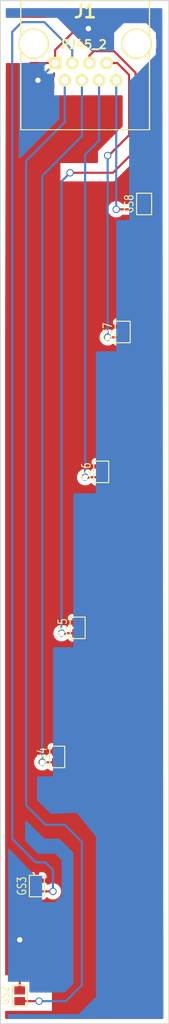
<source format=kicad_pcb>
(kicad_pcb (version 3) (host pcbnew "(22-Jun-2014 BZR 4027)-stable")

  (general
    (links 14)
    (no_connects 0)
    (area 53.9115 18.720999 74.218001 139.877001)
    (thickness 1.6)
    (drawings 5)
    (tracks 93)
    (zones 0)
    (modules 8)
    (nets 9)
  )

  (page A3)
  (layers
    (15 F.Cu signal)
    (0 B.Cu signal)
    (16 B.Adhes user hide)
    (17 F.Adhes user hide)
    (18 B.Paste user hide)
    (19 F.Paste user hide)
    (20 B.SilkS user hide)
    (21 F.SilkS user hide)
    (22 B.Mask user hide)
    (23 F.Mask user hide)
    (24 Dwgs.User user hide)
    (25 Cmts.User user hide)
    (26 Eco1.User user hide)
    (27 Eco2.User user hide)
    (28 Edge.Cuts user)
  )

  (setup
    (last_trace_width 0.254)
    (trace_clearance 0.254)
    (zone_clearance 0.508)
    (zone_45_only no)
    (trace_min 0.254)
    (segment_width 0.2)
    (edge_width 0.1)
    (via_size 0.889)
    (via_drill 0.635)
    (via_min_size 0.889)
    (via_min_drill 0.508)
    (uvia_size 0.508)
    (uvia_drill 0.127)
    (uvias_allowed no)
    (uvia_min_size 0.508)
    (uvia_min_drill 0.127)
    (pcb_text_width 0.3)
    (pcb_text_size 1.5 1.5)
    (mod_edge_width 0.15)
    (mod_text_size 1 1)
    (mod_text_width 0.15)
    (pad_size 1.5 1.5)
    (pad_drill 0.6)
    (pad_to_mask_clearance 0)
    (aux_axis_origin 0 0)
    (visible_elements 7FFFFFFF)
    (pcbplotparams
      (layerselection 284196865)
      (usegerberextensions true)
      (excludeedgelayer true)
      (linewidth 0.150000)
      (plotframeref false)
      (viasonmask false)
      (mode 1)
      (useauxorigin true)
      (hpglpennumber 1)
      (hpglpenspeed 20)
      (hpglpendiameter 15)
      (hpglpenoverlay 2)
      (psnegative false)
      (psa4output false)
      (plotreference false)
      (plotvalue true)
      (plotothertext true)
      (plotinvisibletext false)
      (padsonsilk false)
      (subtractmaskfromsilk false)
      (outputformat 1)
      (mirror false)
      (drillshape 0)
      (scaleselection 1)
      (outputdirectory "/home/pi/Documents/Kicad Projects/IOBoardV0/Gerber/WaterLevel/"))
  )

  (net 0 "")
  (net 1 GND)
  (net 2 N-000001)
  (net 3 N-000002)
  (net 4 N-000003)
  (net 5 N-000004)
  (net 6 N-000005)
  (net 7 N-000006)
  (net 8 N-000007)

  (net_class Default "This is the default net class."
    (clearance 0.254)
    (trace_width 0.254)
    (via_dia 0.889)
    (via_drill 0.635)
    (uvia_dia 0.508)
    (uvia_drill 0.127)
    (add_net "")
    (add_net GND)
    (add_net N-000001)
    (add_net N-000002)
    (add_net N-000003)
    (add_net N-000004)
    (add_net N-000005)
    (add_net N-000006)
    (add_net N-000007)
  )

  (module RJ45_8_io0 (layer F.Cu) (tedit 5E9D6976) (tstamp 5F0017B4)
    (at 64.262 24.13 180)
    (tags RJ45_8_io0)
    (path /5EEF169C)
    (fp_text reference J1 (at 0 3.81 180) (layer F.SilkS)
      (effects (font (size 1.524 1.524) (thickness 0.3048)))
    )
    (fp_text value RJ45_2 (at 0.14224 -0.1016 180) (layer F.SilkS)
      (effects (font (size 1.00076 1.00076) (thickness 0.2032)))
    )
    (fp_line (start 7.62 -10.16) (end 7.62 5.08) (layer F.SilkS) (width 0.15))
    (fp_line (start -7.62 5.08) (end 7.62 5.08) (layer F.SilkS) (width 0.15))
    (fp_line (start -7.62 -10.16) (end -7.62 5.08) (layer F.SilkS) (width 0.15))
    (fp_line (start 7.62 -10.16) (end -7.62 -10.16) (layer F.SilkS) (width 0.127))
    (pad Hole thru_hole circle (at 6.096 0 180) (size 3.64998 3.64998) (drill 3.2512)
      (layers *.Cu *.Mask F.SilkS)
    )
    (pad Hole thru_hole circle (at -6.096 0 180) (size 3.64998 3.64998) (drill 3.2512)
      (layers *.Cu *.Mask F.SilkS)
    )
    (pad 1 thru_hole rect (at 3.556 -2.286) (size 1.50114 1.50114) (drill 0.89916)
      (layers *.Cu *.Mask F.SilkS)
      (net 1 GND)
    )
    (pad 2 thru_hole circle (at 2.413 -4.318) (size 1.50114 1.50114) (drill 0.89916)
      (layers *.Cu *.Mask F.SilkS)
      (net 3 N-000002)
    )
    (pad 3 thru_hole circle (at 1.524 -2.286) (size 1.50114 1.50114) (drill 0.89916)
      (layers *.Cu *.Mask F.SilkS)
      (net 4 N-000003)
    )
    (pad 4 thru_hole circle (at 0.381 -4.318) (size 1.50114 1.50114) (drill 0.89916)
      (layers *.Cu *.Mask F.SilkS)
      (net 5 N-000004)
    )
    (pad 5 thru_hole circle (at -0.508 -2.286) (size 1.50114 1.50114) (drill 0.89916)
      (layers *.Cu *.Mask F.SilkS)
      (net 2 N-000001)
    )
    (pad 6 thru_hole circle (at -1.651 -4.318) (size 1.50114 1.50114) (drill 0.89916)
      (layers *.Cu *.Mask F.SilkS)
      (net 6 N-000005)
    )
    (pad 7 thru_hole circle (at -2.54 -2.286) (size 1.50114 1.50114) (drill 0.89916)
      (layers *.Cu *.Mask F.SilkS)
      (net 7 N-000006)
    )
    (pad 8 thru_hole circle (at -3.683 -4.318) (size 1.50114 1.50114) (drill 0.89916)
      (layers *.Cu *.Mask F.SilkS)
      (net 8 N-000007)
    )
    (model connectors/RJ45_8.wrl
      (at (xyz 0 0 0))
      (scale (xyz 0.4 0.4 0.4))
      (rotate (xyz 0 0 0))
    )
  )

  (module GS2 (layer F.Cu) (tedit 426793E6) (tstamp 5F0017BE)
    (at 71.247 43.053 180)
    (descr "Pontet Goute de soudure")
    (path /5F0014DA)
    (attr virtual)
    (fp_text reference GS8 (at 1.778 0 270) (layer F.SilkS)
      (effects (font (size 1.016 0.762) (thickness 0.127)))
    )
    (fp_text value GS2 (at 1.524 0 270) (layer F.SilkS) hide
      (effects (font (size 0.762 0.762) (thickness 0.127)))
    )
    (fp_line (start -0.889 -1.27) (end -0.889 1.27) (layer F.SilkS) (width 0.127))
    (fp_line (start 0.889 1.27) (end 0.889 -1.27) (layer F.SilkS) (width 0.127))
    (fp_line (start 0.889 1.27) (end -0.889 1.27) (layer F.SilkS) (width 0.127))
    (fp_line (start -0.889 -1.27) (end 0.889 -1.27) (layer F.SilkS) (width 0.127))
    (pad 1 smd rect (at 0 -0.635 180) (size 1.27 0.9652)
      (layers F.Cu F.Paste F.Mask)
      (net 8 N-000007)
    )
    (pad 2 smd rect (at 0 0.635 180) (size 1.27 0.9652)
      (layers F.Cu F.Paste F.Mask)
      (net 1 GND)
    )
  )

  (module GS2 (layer F.Cu) (tedit 426793E6) (tstamp 5F0017C8)
    (at 68.707 58.166 180)
    (descr "Pontet Goute de soudure")
    (path /5F001520)
    (attr virtual)
    (fp_text reference GS7 (at 1.778 0 270) (layer F.SilkS)
      (effects (font (size 1.016 0.762) (thickness 0.127)))
    )
    (fp_text value GS2 (at 1.524 0 270) (layer F.SilkS) hide
      (effects (font (size 0.762 0.762) (thickness 0.127)))
    )
    (fp_line (start -0.889 -1.27) (end -0.889 1.27) (layer F.SilkS) (width 0.127))
    (fp_line (start 0.889 1.27) (end 0.889 -1.27) (layer F.SilkS) (width 0.127))
    (fp_line (start 0.889 1.27) (end -0.889 1.27) (layer F.SilkS) (width 0.127))
    (fp_line (start -0.889 -1.27) (end 0.889 -1.27) (layer F.SilkS) (width 0.127))
    (pad 1 smd rect (at 0 -0.635 180) (size 1.27 0.9652)
      (layers F.Cu F.Paste F.Mask)
      (net 7 N-000006)
    )
    (pad 2 smd rect (at 0 0.635 180) (size 1.27 0.9652)
      (layers F.Cu F.Paste F.Mask)
      (net 1 GND)
    )
  )

  (module GS2 (layer F.Cu) (tedit 426793E6) (tstamp 5F0017D2)
    (at 66.167 74.676 180)
    (descr "Pontet Goute de soudure")
    (path /5F001533)
    (attr virtual)
    (fp_text reference GS6 (at 1.778 0 270) (layer F.SilkS)
      (effects (font (size 1.016 0.762) (thickness 0.127)))
    )
    (fp_text value GS2 (at 1.524 0 270) (layer F.SilkS) hide
      (effects (font (size 0.762 0.762) (thickness 0.127)))
    )
    (fp_line (start -0.889 -1.27) (end -0.889 1.27) (layer F.SilkS) (width 0.127))
    (fp_line (start 0.889 1.27) (end 0.889 -1.27) (layer F.SilkS) (width 0.127))
    (fp_line (start 0.889 1.27) (end -0.889 1.27) (layer F.SilkS) (width 0.127))
    (fp_line (start -0.889 -1.27) (end 0.889 -1.27) (layer F.SilkS) (width 0.127))
    (pad 1 smd rect (at 0 -0.635 180) (size 1.27 0.9652)
      (layers F.Cu F.Paste F.Mask)
      (net 6 N-000005)
    )
    (pad 2 smd rect (at 0 0.635 180) (size 1.27 0.9652)
      (layers F.Cu F.Paste F.Mask)
      (net 1 GND)
    )
  )

  (module GS2 (layer F.Cu) (tedit 426793E6) (tstamp 5F0017DC)
    (at 63.373 93.091 180)
    (descr "Pontet Goute de soudure")
    (path /5F001542)
    (attr virtual)
    (fp_text reference GS5 (at 1.778 0 270) (layer F.SilkS)
      (effects (font (size 1.016 0.762) (thickness 0.127)))
    )
    (fp_text value GS2 (at 1.524 0 270) (layer F.SilkS) hide
      (effects (font (size 0.762 0.762) (thickness 0.127)))
    )
    (fp_line (start -0.889 -1.27) (end -0.889 1.27) (layer F.SilkS) (width 0.127))
    (fp_line (start 0.889 1.27) (end 0.889 -1.27) (layer F.SilkS) (width 0.127))
    (fp_line (start 0.889 1.27) (end -0.889 1.27) (layer F.SilkS) (width 0.127))
    (fp_line (start -0.889 -1.27) (end 0.889 -1.27) (layer F.SilkS) (width 0.127))
    (pad 1 smd rect (at 0 -0.635 180) (size 1.27 0.9652)
      (layers F.Cu F.Paste F.Mask)
      (net 2 N-000001)
    )
    (pad 2 smd rect (at 0 0.635 180) (size 1.27 0.9652)
      (layers F.Cu F.Paste F.Mask)
      (net 1 GND)
    )
  )

  (module GS2 (layer F.Cu) (tedit 426793E6) (tstamp 5F0017E6)
    (at 60.96 108.331 180)
    (descr "Pontet Goute de soudure")
    (path /5F001551)
    (attr virtual)
    (fp_text reference GS4 (at 1.778 0 270) (layer F.SilkS)
      (effects (font (size 1.016 0.762) (thickness 0.127)))
    )
    (fp_text value GS2 (at 1.524 0 270) (layer F.SilkS) hide
      (effects (font (size 0.762 0.762) (thickness 0.127)))
    )
    (fp_line (start -0.889 -1.27) (end -0.889 1.27) (layer F.SilkS) (width 0.127))
    (fp_line (start 0.889 1.27) (end 0.889 -1.27) (layer F.SilkS) (width 0.127))
    (fp_line (start 0.889 1.27) (end -0.889 1.27) (layer F.SilkS) (width 0.127))
    (fp_line (start -0.889 -1.27) (end 0.889 -1.27) (layer F.SilkS) (width 0.127))
    (pad 1 smd rect (at 0 -0.635 180) (size 1.27 0.9652)
      (layers F.Cu F.Paste F.Mask)
      (net 5 N-000004)
    )
    (pad 2 smd rect (at 0 0.635 180) (size 1.27 0.9652)
      (layers F.Cu F.Paste F.Mask)
      (net 1 GND)
    )
  )

  (module GS2 (layer F.Cu) (tedit 426793E6) (tstamp 5F0017F0)
    (at 58.547 123.571 180)
    (descr "Pontet Goute de soudure")
    (path /5F001560)
    (attr virtual)
    (fp_text reference GS3 (at 1.778 0 270) (layer F.SilkS)
      (effects (font (size 1.016 0.762) (thickness 0.127)))
    )
    (fp_text value GS2 (at 1.524 0 270) (layer F.SilkS) hide
      (effects (font (size 0.762 0.762) (thickness 0.127)))
    )
    (fp_line (start -0.889 -1.27) (end -0.889 1.27) (layer F.SilkS) (width 0.127))
    (fp_line (start 0.889 1.27) (end 0.889 -1.27) (layer F.SilkS) (width 0.127))
    (fp_line (start 0.889 1.27) (end -0.889 1.27) (layer F.SilkS) (width 0.127))
    (fp_line (start -0.889 -1.27) (end 0.889 -1.27) (layer F.SilkS) (width 0.127))
    (pad 1 smd rect (at 0 -0.635 180) (size 1.27 0.9652)
      (layers F.Cu F.Paste F.Mask)
      (net 4 N-000003)
    )
    (pad 2 smd rect (at 0 0.635 180) (size 1.27 0.9652)
      (layers F.Cu F.Paste F.Mask)
      (net 1 GND)
    )
  )

  (module GS2 (layer F.Cu) (tedit 5F001A5B) (tstamp 5F0017FA)
    (at 56.515 136.525 180)
    (descr "Pontet Goute de soudure")
    (path /5F00156F)
    (attr virtual)
    (fp_text reference GS2 (at 1.778 0 270) (layer F.SilkS)
      (effects (font (size 1.016 0.762) (thickness 0.127)))
    )
    (fp_text value GS2 (at 1.524 0 270) (layer F.SilkS) hide
      (effects (font (size 0.762 0.762) (thickness 0.127)))
    )
    (fp_line (start -0.889 -1.27) (end -0.889 1.27) (layer F.SilkS) (width 0.127))
    (fp_line (start 0.889 1.27) (end 0.889 -1.27) (layer F.SilkS) (width 0.127))
    (fp_line (start 0.889 1.27) (end -0.889 1.27) (layer F.SilkS) (width 0.127))
    (fp_line (start -0.889 -1.27) (end 0.889 -1.27) (layer F.SilkS) (width 0.127))
    (pad 1 smd rect (at 0 -0.635 180) (size 1.27 0.9652)
      (layers F.Cu F.Paste F.Mask)
      (net 3 N-000002)
    )
    (pad 2 smd rect (at 0 0.635 180) (size 1.27 0.9652)
      (layers F.Cu F.Paste F.Mask)
      (net 1 GND)
    )
  )

  (gr_line (start 54.229 19.05) (end 54.229 19.177) (angle 90) (layer Edge.Cuts) (width 0.1))
  (gr_line (start 74.168 19.05) (end 54.229 19.05) (angle 90) (layer Edge.Cuts) (width 0.1))
  (gr_line (start 74.168 139.827) (end 74.168 19.05) (angle 90) (layer Edge.Cuts) (width 0.1))
  (gr_line (start 54.229 139.827) (end 74.168 139.827) (angle 90) (layer Edge.Cuts) (width 0.1))
  (gr_line (start 54.229 19.05) (end 54.229 139.827) (angle 90) (layer Edge.Cuts) (width 0.1))

  (segment (start 60.706 26.416) (end 58.674 28.448) (width 0.254) (layer B.Cu) (net 1))
  (via (at 58.674 28.448) (size 0.889) (layers F.Cu B.Cu) (net 1))
  (via (at 56.515 129.921) (size 0.889) (layers F.Cu B.Cu) (net 1))
  (segment (start 60.706 26.416) (end 60.706 24.892) (width 0.254) (layer F.Cu) (net 1))
  (via (at 64.643 22.352) (size 0.889) (layers F.Cu B.Cu) (net 1))
  (segment (start 63.246 22.352) (end 64.643 22.352) (width 0.254) (layer F.Cu) (net 1) (tstamp 5F002416))
  (segment (start 60.706 24.892) (end 63.246 22.352) (width 0.254) (layer F.Cu) (net 1) (tstamp 5F00240F))
  (segment (start 70.104 42.164) (end 70.993 42.164) (width 0.254) (layer F.Cu) (net 1))
  (segment (start 57.912 42.164) (end 56.515 43.561) (width 0.254) (layer F.Cu) (net 1) (tstamp 5F001BF7))
  (segment (start 56.515 43.434) (end 56.515 43.561) (width 0.254) (layer F.Cu) (net 1) (tstamp 5F001BFC))
  (segment (start 70.104 42.164) (end 57.912 42.164) (width 0.254) (layer F.Cu) (net 1))
  (segment (start 70.993 42.164) (end 71.247 42.418) (width 0.254) (layer F.Cu) (net 1) (tstamp 5F001C50))
  (segment (start 68.326 57.658) (end 57.531 57.658) (width 0.254) (layer F.Cu) (net 1))
  (segment (start 57.531 57.658) (end 56.515 58.674) (width 0.254) (layer F.Cu) (net 1) (tstamp 5F001BE5))
  (segment (start 65.786 74.168) (end 57.531 74.168) (width 0.254) (layer F.Cu) (net 1))
  (segment (start 57.531 74.168) (end 56.515 75.184) (width 0.254) (layer F.Cu) (net 1) (tstamp 5F001BC3))
  (segment (start 63.373 92.456) (end 57.277 92.456) (width 0.254) (layer F.Cu) (net 1))
  (segment (start 56.515 93.218) (end 56.515 93.345) (width 0.254) (layer F.Cu) (net 1) (tstamp 5F001BB3))
  (segment (start 57.277 92.456) (end 56.515 93.218) (width 0.254) (layer F.Cu) (net 1) (tstamp 5F001BB1))
  (segment (start 60.96 107.696) (end 57.277 107.696) (width 0.254) (layer F.Cu) (net 1))
  (segment (start 56.515 108.458) (end 56.515 108.585) (width 0.254) (layer F.Cu) (net 1) (tstamp 5F001AD8))
  (segment (start 57.277 107.696) (end 56.515 108.458) (width 0.254) (layer F.Cu) (net 1) (tstamp 5F001AD5))
  (segment (start 58.547 122.936) (end 57.15 122.936) (width 0.254) (layer F.Cu) (net 1))
  (segment (start 56.642 123.19) (end 56.515 123.19) (width 0.254) (layer F.Cu) (net 1) (tstamp 5F001AC5))
  (segment (start 56.515 123.317) (end 56.642 123.19) (width 0.254) (layer F.Cu) (net 1) (tstamp 5F001AC4))
  (segment (start 56.515 123.571) (end 56.515 123.317) (width 0.254) (layer F.Cu) (net 1) (tstamp 5F001AC3))
  (segment (start 57.15 122.936) (end 56.515 123.571) (width 0.254) (layer F.Cu) (net 1) (tstamp 5F001AC2))
  (segment (start 56.515 135.89) (end 56.515 129.921) (width 0.254) (layer F.Cu) (net 1))
  (segment (start 56.515 129.921) (end 56.515 123.19) (width 0.254) (layer F.Cu) (net 1) (tstamp 5F00244C))
  (segment (start 56.515 123.19) (end 56.515 108.585) (width 0.254) (layer F.Cu) (net 1) (tstamp 5F001AC6))
  (segment (start 56.515 108.585) (end 56.515 93.345) (width 0.254) (layer F.Cu) (net 1) (tstamp 5F001ADD))
  (segment (start 56.515 93.345) (end 56.515 75.184) (width 0.254) (layer F.Cu) (net 1) (tstamp 5F001BB6))
  (segment (start 56.515 75.184) (end 56.515 58.674) (width 0.254) (layer F.Cu) (net 1) (tstamp 5F001BCD))
  (segment (start 56.515 58.674) (end 56.515 43.434) (width 0.254) (layer F.Cu) (net 1) (tstamp 5F001BED))
  (segment (start 56.515 43.434) (end 56.515 27.686) (width 0.254) (layer F.Cu) (net 1) (tstamp 5F001BFF))
  (segment (start 57.785 26.416) (end 60.706 26.416) (width 0.254) (layer F.Cu) (net 1) (tstamp 5F001AB0))
  (segment (start 56.515 27.686) (end 57.785 26.416) (width 0.254) (layer F.Cu) (net 1) (tstamp 5F001AAF))
  (segment (start 64.77 26.416) (end 64.77 25.527) (width 0.254) (layer F.Cu) (net 2))
  (segment (start 61.468 93.726) (end 63.373 93.726) (width 0.254) (layer F.Cu) (net 2) (tstamp 5F001E0D))
  (via (at 61.468 93.726) (size 0.889) (layers F.Cu B.Cu) (net 2))
  (segment (start 61.468 40.386) (end 61.468 93.726) (width 0.254) (layer B.Cu) (net 2) (tstamp 5F001DEA))
  (segment (start 62.484 39.37) (end 61.468 40.386) (width 0.254) (layer B.Cu) (net 2) (tstamp 5F001DE9))
  (via (at 62.484 39.37) (size 0.889) (layers F.Cu B.Cu) (net 2))
  (segment (start 67.564 39.37) (end 62.484 39.37) (width 0.254) (layer F.Cu) (net 2) (tstamp 5F001DDA))
  (segment (start 70.231 36.703) (end 67.564 39.37) (width 0.254) (layer F.Cu) (net 2) (tstamp 5F001DD5))
  (segment (start 70.231 27.559) (end 70.231 36.703) (width 0.254) (layer F.Cu) (net 2) (tstamp 5F001DCD))
  (segment (start 67.691 25.019) (end 70.231 27.559) (width 0.254) (layer F.Cu) (net 2) (tstamp 5F001DC8))
  (segment (start 65.278 25.019) (end 67.691 25.019) (width 0.254) (layer F.Cu) (net 2) (tstamp 5F001DC2))
  (segment (start 64.77 25.527) (end 65.278 25.019) (width 0.254) (layer F.Cu) (net 2) (tstamp 5F001DBF))
  (segment (start 61.849 28.448) (end 61.849 33.401) (width 0.254) (layer B.Cu) (net 3))
  (segment (start 58.801 137.16) (end 56.515 137.16) (width 0.254) (layer F.Cu) (net 3) (tstamp 5F001EBD))
  (via (at 58.801 137.16) (size 0.889) (layers F.Cu B.Cu) (net 3))
  (segment (start 61.976 137.16) (end 58.801 137.16) (width 0.254) (layer B.Cu) (net 3) (tstamp 5F001EB9))
  (segment (start 63.881 135.255) (end 61.976 137.16) (width 0.254) (layer B.Cu) (net 3) (tstamp 5F001EB0))
  (segment (start 63.881 118.364) (end 63.881 135.255) (width 0.254) (layer B.Cu) (net 3) (tstamp 5F001EAE))
  (segment (start 61.849 116.332) (end 63.881 118.364) (width 0.254) (layer B.Cu) (net 3) (tstamp 5F001EAC))
  (segment (start 59.563 116.332) (end 61.849 116.332) (width 0.254) (layer B.Cu) (net 3) (tstamp 5F001EAA))
  (segment (start 57.277 114.046) (end 59.563 116.332) (width 0.254) (layer B.Cu) (net 3) (tstamp 5F001EA8))
  (segment (start 57.277 37.973) (end 57.277 114.046) (width 0.254) (layer B.Cu) (net 3) (tstamp 5F001E9F))
  (segment (start 61.849 33.401) (end 57.277 37.973) (width 0.254) (layer B.Cu) (net 3) (tstamp 5F001E99))
  (segment (start 62.738 26.416) (end 62.738 24.892) (width 0.254) (layer B.Cu) (net 4))
  (segment (start 60.452 124.206) (end 58.547 124.206) (width 0.254) (layer F.Cu) (net 4) (tstamp 5F001E80))
  (via (at 60.452 124.206) (size 0.889) (layers F.Cu B.Cu) (net 4))
  (segment (start 60.452 121.666) (end 60.452 124.206) (width 0.254) (layer B.Cu) (net 4) (tstamp 5F001E7B))
  (segment (start 59.563 120.777) (end 60.452 121.666) (width 0.254) (layer B.Cu) (net 4) (tstamp 5F001E79))
  (segment (start 58.42 120.777) (end 59.563 120.777) (width 0.254) (layer B.Cu) (net 4) (tstamp 5F001E76))
  (segment (start 55.626 117.983) (end 58.42 120.777) (width 0.254) (layer B.Cu) (net 4) (tstamp 5F001E5C))
  (segment (start 55.626 22.733) (end 55.626 117.983) (width 0.254) (layer B.Cu) (net 4) (tstamp 5F001E58))
  (segment (start 56.769 21.59) (end 55.626 22.733) (width 0.254) (layer B.Cu) (net 4) (tstamp 5F001E56))
  (segment (start 59.436 21.59) (end 56.769 21.59) (width 0.254) (layer B.Cu) (net 4) (tstamp 5F001E4D))
  (segment (start 62.738 24.892) (end 59.436 21.59) (width 0.254) (layer B.Cu) (net 4) (tstamp 5F001E4A))
  (segment (start 63.881 28.448) (end 63.881 35.052) (width 0.254) (layer B.Cu) (net 5))
  (segment (start 59.182 108.966) (end 60.96 108.966) (width 0.254) (layer F.Cu) (net 5) (tstamp 5F001E36))
  (via (at 59.182 108.966) (size 0.889) (layers F.Cu B.Cu) (net 5))
  (segment (start 59.182 39.751) (end 59.182 108.966) (width 0.254) (layer B.Cu) (net 5) (tstamp 5F001E26))
  (segment (start 63.881 35.052) (end 59.182 39.751) (width 0.254) (layer B.Cu) (net 5) (tstamp 5F001E20))
  (segment (start 65.913 28.448) (end 65.913 35.56) (width 0.254) (layer B.Cu) (net 6))
  (segment (start 64.262 75.311) (end 66.167 75.311) (width 0.254) (layer F.Cu) (net 6) (tstamp 5F001D8B))
  (via (at 64.262 75.311) (size 0.889) (layers F.Cu B.Cu) (net 6))
  (segment (start 64.262 37.211) (end 64.262 75.311) (width 0.254) (layer B.Cu) (net 6) (tstamp 5F001D74))
  (segment (start 65.913 35.56) (end 64.262 37.211) (width 0.254) (layer B.Cu) (net 6) (tstamp 5F001D6B))
  (segment (start 66.802 26.416) (end 68.072 26.416) (width 0.254) (layer F.Cu) (net 7))
  (segment (start 66.929 58.801) (end 68.707 58.801) (width 0.254) (layer F.Cu) (net 7) (tstamp 5F001D58))
  (via (at 66.929 58.801) (size 0.889) (layers F.Cu B.Cu) (net 7))
  (segment (start 66.929 37.338) (end 66.929 58.801) (width 0.254) (layer B.Cu) (net 7) (tstamp 5F001D47))
  (via (at 66.929 37.338) (size 0.889) (layers F.Cu B.Cu) (net 7))
  (segment (start 67.056 37.338) (end 66.929 37.338) (width 0.254) (layer F.Cu) (net 7) (tstamp 5F001D35))
  (segment (start 69.469 34.925) (end 67.056 37.338) (width 0.254) (layer F.Cu) (net 7) (tstamp 5F001D32))
  (segment (start 69.469 27.813) (end 69.469 34.925) (width 0.254) (layer F.Cu) (net 7) (tstamp 5F001D2C))
  (segment (start 68.072 26.416) (end 69.469 27.813) (width 0.254) (layer F.Cu) (net 7) (tstamp 5F001D29))
  (segment (start 71.247 43.688) (end 67.945 43.688) (width 0.254) (layer F.Cu) (net 8))
  (via (at 67.945 43.688) (size 0.889) (layers F.Cu B.Cu) (net 8))
  (segment (start 67.945 43.688) (end 67.945 28.448) (width 0.254) (layer B.Cu) (net 8) (tstamp 5F001CC3))

  (zone (net 1) (net_name GND) (layer B.Cu) (tstamp 5F001F56) (hatch edge 0.508)
    (connect_pads (clearance 0.508))
    (min_thickness 0.254)
    (fill (arc_segments 16) (thermal_gap 0.508) (thermal_bridge_width 0.508))
    (polygon
      (pts
        (xy 73.533 138.811) (xy 73.406 19.939) (xy 54.864 19.939) (xy 54.864 21.082) (xy 60.96 21.082)
        (xy 65.024 25.019) (xy 67.691 25.019) (xy 67.691 22.86) (xy 68.834 21.717) (xy 71.501 21.717)
        (xy 72.644 22.86) (xy 72.644 25.4) (xy 69.469 28.575) (xy 69.469 40.767) (xy 69.469 44.958)
        (xy 67.945 44.958) (xy 67.945 60.452) (xy 65.532 60.452) (xy 65.532 77.216) (xy 62.865 77.216)
        (xy 62.865 95.377) (xy 60.452 95.377) (xy 60.452 110.617) (xy 58.547 110.617) (xy 58.547 113.411)
        (xy 60.198 115.062) (xy 63.246 114.935) (xy 65.532 117.729) (xy 65.532 136.652) (xy 63.5 138.684)
        (xy 55.118 138.684) (xy 55.118 139.573) (xy 73.533 139.573)
      )
    )
    (filled_polygon
      (pts
        (xy 73.406 139.142) (xy 55.245 139.142) (xy 55.245 138.811) (xy 63.552605 138.811) (xy 65.659 136.704605)
        (xy 65.659 117.683666) (xy 63.304111 114.805468) (xy 60.248395 114.93279) (xy 58.674 113.358395) (xy 58.674 110.744)
        (xy 60.579 110.744) (xy 60.579 95.504) (xy 62.992 95.504) (xy 62.992 77.343) (xy 65.659 77.343)
        (xy 65.659 60.579) (xy 68.072 60.579) (xy 68.072 45.085) (xy 69.596 45.085) (xy 69.596 40.767)
        (xy 69.596 28.627605) (xy 72.771 25.452605) (xy 72.771 24.733602) (xy 72.817562 24.621469) (xy 72.818416 23.642825)
        (xy 72.771 23.528069) (xy 72.771 22.807395) (xy 71.553605 21.59) (xy 68.781395 21.59) (xy 67.564 22.807395)
        (xy 67.564 24.892) (xy 65.075428 24.892) (xy 61.011428 20.955) (xy 59.830864 20.955) (xy 59.727605 20.886004)
        (xy 59.436 20.828) (xy 56.769 20.828) (xy 56.477395 20.886004) (xy 56.374135 20.955) (xy 54.991 20.955)
        (xy 54.991 20.066) (xy 73.279136 20.066) (xy 73.406 138.811068) (xy 73.406 139.142)
      )
    )
  )
  (zone (net 1) (net_name GND) (layer B.Cu) (tstamp 5F00205C) (hatch edge 0.508)
    (connect_pads (clearance 0.508))
    (min_thickness 0.254)
    (fill (arc_segments 16) (thermal_gap 0.508) (thermal_bridge_width 0.508))
    (polygon
      (pts
        (xy 62.865 135.128) (xy 61.849 136.144) (xy 57.658 136.144) (xy 57.658 134.874) (xy 55.118 134.874)
        (xy 55.118 118.999) (xy 58.293 122.301) (xy 59.182 122.301) (xy 59.182 125.476) (xy 60.706 125.476)
        (xy 61.468 124.714) (xy 61.468 120.523) (xy 60.706 119.761) (xy 58.674 119.761) (xy 57.15 118.237)
        (xy 57.15 115.697) (xy 59.436 117.983) (xy 61.214 117.983) (xy 62.865 119.634)
      )
    )
    (filled_polygon
      (pts
        (xy 62.738 135.075395) (xy 61.796395 136.017) (xy 57.785 136.017) (xy 57.785 134.747) (xy 55.245 134.747)
        (xy 55.245 119.314312) (xy 58.23893 122.428) (xy 59.055 122.428) (xy 59.055 125.603) (xy 60.758605 125.603)
        (xy 61.595 124.766605) (xy 61.595 120.470395) (xy 60.758605 119.634) (xy 58.726605 119.634) (xy 57.277 118.184395)
        (xy 57.277 116.003605) (xy 59.383395 118.11) (xy 61.161395 118.11) (xy 62.738 119.686605) (xy 62.738 135.075395)
      )
    )
  )
  (zone (net 1) (net_name GND) (layer F.Cu) (tstamp 5F00215F) (hatch edge 0.508)
    (connect_pads (clearance 0.508))
    (min_thickness 0.254)
    (fill (arc_segments 16) (thermal_gap 0.508) (thermal_bridge_width 0.508))
    (polygon
      (pts
        (xy 73.533 139.573) (xy 54.61 139.573) (xy 54.61 138.303) (xy 60.325 138.303) (xy 60.325 136.144)
        (xy 58.42 136.144) (xy 58.42 134.112) (xy 57.404 134.112) (xy 54.61 134.112) (xy 54.864 26.416)
        (xy 59.055 26.416) (xy 60.706 26.416) (xy 60.706 28.321) (xy 60.647453 28.325503) (xy 60.589184 30.226)
        (xy 68.707 30.226) (xy 68.707 33.909) (xy 65.786 36.83) (xy 65.786 38.227) (xy 61.341 38.227)
        (xy 61.341 40.386) (xy 67.691 40.386) (xy 70.739 37.338) (xy 70.739 27.305) (xy 72.644 25.4)
        (xy 72.644 22.86) (xy 71.501 21.717) (xy 68.834 21.717) (xy 67.691 22.86) (xy 67.691 24.384)
        (xy 64.262 24.384) (xy 60.96 21.082) (xy 54.864 21.082) (xy 54.864 19.939) (xy 73.406 19.939)
        (xy 73.533 139.573)
      )
    )
    (filled_polygon
      (pts
        (xy 73.405542 139.142) (xy 72.51711 139.142) (xy 72.51711 44.044845) (xy 72.51711 43.079645) (xy 72.506192 43.053223)
        (xy 72.516889 43.027464) (xy 72.51711 42.774845) (xy 72.51711 42.061155) (xy 72.516889 41.808536) (xy 72.420013 41.575232)
        (xy 72.241229 41.396759) (xy 72.007755 41.30029) (xy 71.53275 41.3004) (xy 71.374 41.45915) (xy 71.374 42.291)
        (xy 72.35825 42.291) (xy 72.517 42.13225) (xy 72.51711 42.061155) (xy 72.51711 42.774845) (xy 72.517 42.70375)
        (xy 72.35825 42.545) (xy 71.374 42.545) (xy 71.374 42.565) (xy 71.12 42.565) (xy 71.12 42.545)
        (xy 71.12 42.291) (xy 71.12 41.45915) (xy 70.96125 41.3004) (xy 70.486245 41.30029) (xy 70.252771 41.396759)
        (xy 70.073987 41.575232) (xy 69.977111 41.808536) (xy 69.97689 42.061155) (xy 69.977 42.13225) (xy 70.13575 42.291)
        (xy 71.12 42.291) (xy 71.12 42.545) (xy 70.13575 42.545) (xy 69.977 42.70375) (xy 69.97689 42.774845)
        (xy 69.977022 42.926) (xy 68.709641 42.926) (xy 68.557286 42.773378) (xy 68.160668 42.608687) (xy 67.731216 42.608313)
        (xy 67.334311 42.772311) (xy 67.030378 43.075714) (xy 66.865687 43.472332) (xy 66.865313 43.901784) (xy 67.029311 44.298689)
        (xy 67.332714 44.602622) (xy 67.729332 44.767313) (xy 68.158784 44.767687) (xy 68.555689 44.603689) (xy 68.709646 44.45)
        (xy 70.040374 44.45) (xy 70.073359 44.529829) (xy 70.251832 44.708613) (xy 70.485136 44.805489) (xy 70.737755 44.80571)
        (xy 72.007755 44.80571) (xy 72.241229 44.709241) (xy 72.420013 44.530768) (xy 72.516889 44.297464) (xy 72.51711 44.044845)
        (xy 72.51711 139.142) (xy 69.97711 139.142) (xy 69.97711 59.157845) (xy 69.97711 58.192645) (xy 69.966192 58.166223)
        (xy 69.976889 58.140464) (xy 69.97711 57.887845) (xy 69.97711 57.174155) (xy 69.976889 56.921536) (xy 69.880013 56.688232)
        (xy 69.701229 56.509759) (xy 69.467755 56.41329) (xy 68.99275 56.4134) (xy 68.834 56.57215) (xy 68.834 57.404)
        (xy 69.81825 57.404) (xy 69.977 57.24525) (xy 69.97711 57.174155) (xy 69.97711 57.887845) (xy 69.977 57.81675)
        (xy 69.81825 57.658) (xy 68.834 57.658) (xy 68.834 57.678) (xy 68.58 57.678) (xy 68.58 57.658)
        (xy 68.58 57.404) (xy 68.58 56.57215) (xy 68.42125 56.4134) (xy 67.946245 56.41329) (xy 67.712771 56.509759)
        (xy 67.533987 56.688232) (xy 67.437111 56.921536) (xy 67.43689 57.174155) (xy 67.437 57.24525) (xy 67.59575 57.404)
        (xy 68.58 57.404) (xy 68.58 57.658) (xy 67.59575 57.658) (xy 67.437 57.81675) (xy 67.436959 57.843057)
        (xy 67.144668 57.721687) (xy 66.715216 57.721313) (xy 66.318311 57.885311) (xy 66.014378 58.188714) (xy 65.849687 58.585332)
        (xy 65.849313 59.014784) (xy 66.013311 59.411689) (xy 66.316714 59.715622) (xy 66.713332 59.880313) (xy 67.142784 59.880687)
        (xy 67.539689 59.716689) (xy 67.573448 59.682988) (xy 67.711832 59.821613) (xy 67.945136 59.918489) (xy 68.197755 59.91871)
        (xy 69.467755 59.91871) (xy 69.701229 59.822241) (xy 69.880013 59.643768) (xy 69.976889 59.410464) (xy 69.97711 59.157845)
        (xy 69.97711 139.142) (xy 67.43711 139.142) (xy 67.43711 75.667845) (xy 67.43711 74.702645) (xy 67.426192 74.676223)
        (xy 67.436889 74.650464) (xy 67.43711 74.397845) (xy 67.43711 73.684155) (xy 67.436889 73.431536) (xy 67.340013 73.198232)
        (xy 67.161229 73.019759) (xy 66.927755 72.92329) (xy 66.45275 72.9234) (xy 66.294 73.08215) (xy 66.294 73.914)
        (xy 67.27825 73.914) (xy 67.437 73.75525) (xy 67.43711 73.684155) (xy 67.43711 74.397845) (xy 67.437 74.32675)
        (xy 67.27825 74.168) (xy 66.294 74.168) (xy 66.294 74.188) (xy 66.04 74.188) (xy 66.04 74.168)
        (xy 66.04 73.914) (xy 66.04 73.08215) (xy 65.88125 72.9234) (xy 65.406245 72.92329) (xy 65.172771 73.019759)
        (xy 64.993987 73.198232) (xy 64.897111 73.431536) (xy 64.89689 73.684155) (xy 64.897 73.75525) (xy 65.05575 73.914)
        (xy 66.04 73.914) (xy 66.04 74.168) (xy 65.05575 74.168) (xy 64.897 74.32675) (xy 64.89689 74.397845)
        (xy 64.896908 74.41904) (xy 64.874286 74.396378) (xy 64.477668 74.231687) (xy 64.048216 74.231313) (xy 63.651311 74.395311)
        (xy 63.347378 74.698714) (xy 63.182687 75.095332) (xy 63.182313 75.524784) (xy 63.346311 75.921689) (xy 63.649714 76.225622)
        (xy 64.046332 76.390313) (xy 64.475784 76.390687) (xy 64.872689 76.226689) (xy 64.979727 76.119837) (xy 64.993359 76.152829)
        (xy 65.171832 76.331613) (xy 65.405136 76.428489) (xy 65.657755 76.42871) (xy 66.927755 76.42871) (xy 67.161229 76.332241)
        (xy 67.340013 76.153768) (xy 67.436889 75.920464) (xy 67.43711 75.667845) (xy 67.43711 139.142) (xy 64.64311 139.142)
        (xy 64.64311 94.082845) (xy 64.64311 93.117645) (xy 64.632192 93.091223) (xy 64.642889 93.065464) (xy 64.64311 92.812845)
        (xy 64.64311 92.099155) (xy 64.642889 91.846536) (xy 64.546013 91.613232) (xy 64.367229 91.434759) (xy 64.133755 91.33829)
        (xy 63.65875 91.3384) (xy 63.5 91.49715) (xy 63.5 92.329) (xy 64.48425 92.329) (xy 64.643 92.17025)
        (xy 64.64311 92.099155) (xy 64.64311 92.812845) (xy 64.643 92.74175) (xy 64.48425 92.583) (xy 63.5 92.583)
        (xy 63.5 92.603) (xy 63.246 92.603) (xy 63.246 92.583) (xy 63.246 92.329) (xy 63.246 91.49715)
        (xy 63.08725 91.3384) (xy 62.612245 91.33829) (xy 62.378771 91.434759) (xy 62.199987 91.613232) (xy 62.103111 91.846536)
        (xy 62.10289 92.099155) (xy 62.103 92.17025) (xy 62.26175 92.329) (xy 63.246 92.329) (xy 63.246 92.583)
        (xy 62.26175 92.583) (xy 62.103 92.74175) (xy 62.10289 92.812845) (xy 62.102908 92.83404) (xy 62.080286 92.811378)
        (xy 61.683668 92.646687) (xy 61.254216 92.646313) (xy 60.857311 92.810311) (xy 60.553378 93.113714) (xy 60.388687 93.510332)
        (xy 60.388313 93.939784) (xy 60.552311 94.336689) (xy 60.855714 94.640622) (xy 61.252332 94.805313) (xy 61.681784 94.805687)
        (xy 62.078689 94.641689) (xy 62.185727 94.534837) (xy 62.199359 94.567829) (xy 62.377832 94.746613) (xy 62.611136 94.843489)
        (xy 62.863755 94.84371) (xy 64.133755 94.84371) (xy 64.367229 94.747241) (xy 64.546013 94.568768) (xy 64.642889 94.335464)
        (xy 64.64311 94.082845) (xy 64.64311 139.142) (xy 62.23011 139.142) (xy 62.23011 109.322845) (xy 62.23011 108.357645)
        (xy 62.219192 108.331223) (xy 62.229889 108.305464) (xy 62.23011 108.052845) (xy 62.23011 107.339155) (xy 62.229889 107.086536)
        (xy 62.133013 106.853232) (xy 61.954229 106.674759) (xy 61.720755 106.57829) (xy 61.24575 106.5784) (xy 61.087 106.73715)
        (xy 61.087 107.569) (xy 62.07125 107.569) (xy 62.23 107.41025) (xy 62.23011 107.339155) (xy 62.23011 108.052845)
        (xy 62.23 107.98175) (xy 62.07125 107.823) (xy 61.087 107.823) (xy 61.087 107.843) (xy 60.833 107.843)
        (xy 60.833 107.823) (xy 60.833 107.569) (xy 60.833 106.73715) (xy 60.67425 106.5784) (xy 60.199245 106.57829)
        (xy 59.965771 106.674759) (xy 59.786987 106.853232) (xy 59.690111 107.086536) (xy 59.68989 107.339155) (xy 59.69 107.41025)
        (xy 59.84875 107.569) (xy 60.833 107.569) (xy 60.833 107.823) (xy 59.84875 107.823) (xy 59.69 107.98175)
        (xy 59.689959 108.008057) (xy 59.397668 107.886687) (xy 58.968216 107.886313) (xy 58.571311 108.050311) (xy 58.267378 108.353714)
        (xy 58.102687 108.750332) (xy 58.102313 109.179784) (xy 58.266311 109.576689) (xy 58.569714 109.880622) (xy 58.966332 110.045313)
        (xy 59.395784 110.045687) (xy 59.792689 109.881689) (xy 59.826448 109.847988) (xy 59.964832 109.986613) (xy 60.198136 110.083489)
        (xy 60.450755 110.08371) (xy 61.720755 110.08371) (xy 61.954229 109.987241) (xy 62.133013 109.808768) (xy 62.229889 109.575464)
        (xy 62.23011 109.322845) (xy 62.23011 139.142) (xy 61.531687 139.142) (xy 61.531687 123.992216) (xy 61.367689 123.595311)
        (xy 61.064286 123.291378) (xy 60.667668 123.126687) (xy 60.238216 123.126313) (xy 59.841311 123.290311) (xy 59.817091 123.314488)
        (xy 59.81711 123.292845) (xy 59.81711 122.579155) (xy 59.816889 122.326536) (xy 59.720013 122.093232) (xy 59.541229 121.914759)
        (xy 59.307755 121.81829) (xy 58.83275 121.8184) (xy 58.674 121.97715) (xy 58.674 122.809) (xy 59.65825 122.809)
        (xy 59.817 122.65025) (xy 59.81711 122.579155) (xy 59.81711 123.292845) (xy 59.817 123.22175) (xy 59.65825 123.063)
        (xy 58.674 123.063) (xy 58.674 123.083) (xy 58.42 123.083) (xy 58.42 123.063) (xy 58.42 122.809)
        (xy 58.42 121.97715) (xy 58.26125 121.8184) (xy 57.786245 121.81829) (xy 57.552771 121.914759) (xy 57.373987 122.093232)
        (xy 57.277111 122.326536) (xy 57.27689 122.579155) (xy 57.277 122.65025) (xy 57.43575 122.809) (xy 58.42 122.809)
        (xy 58.42 123.063) (xy 57.43575 123.063) (xy 57.277 123.22175) (xy 57.27689 123.292845) (xy 57.277111 123.545464)
        (xy 57.287714 123.571) (xy 57.277111 123.596536) (xy 57.27689 123.849155) (xy 57.27689 124.814355) (xy 57.373359 125.047829)
        (xy 57.551832 125.226613) (xy 57.785136 125.323489) (xy 58.037755 125.32371) (xy 59.307755 125.32371) (xy 59.541229 125.227241)
        (xy 59.720013 125.048768) (xy 59.734105 125.014829) (xy 59.839714 125.120622) (xy 60.236332 125.285313) (xy 60.665784 125.285687)
        (xy 61.062689 125.121689) (xy 61.366622 124.818286) (xy 61.531313 124.421668) (xy 61.531687 123.992216) (xy 61.531687 139.142)
        (xy 54.914 139.142) (xy 54.914 138.43) (xy 60.452 138.43) (xy 60.452 136.017) (xy 58.547 136.017)
        (xy 58.547 133.985) (xy 57.404 133.985) (xy 54.914 133.985) (xy 54.914 59.064216) (xy 54.990701 26.543)
        (xy 57.562397 26.543) (xy 57.674531 26.589562) (xy 58.653175 26.590416) (xy 58.76793 26.543) (xy 59.055 26.543)
        (xy 59.32043 26.543) (xy 59.32043 26.543002) (xy 59.479178 26.543002) (xy 59.32043 26.70175) (xy 59.32032 27.040815)
        (xy 59.320541 27.293434) (xy 59.417417 27.526738) (xy 59.596201 27.705211) (xy 59.829675 27.80168) (xy 60.42025 27.80157)
        (xy 60.578998 27.642822) (xy 60.578998 27.80157) (xy 60.579 27.80157) (xy 60.579 27.893443) (xy 60.463672 28.171184)
        (xy 60.463191 28.722398) (xy 60.505114 28.823859) (xy 60.458231 30.353) (xy 68.58 30.353) (xy 68.58 33.856395)
        (xy 65.659 36.777395) (xy 65.659 38.1) (xy 61.214 38.1) (xy 61.214 40.513) (xy 67.743605 40.513)
        (xy 70.866 37.390605) (xy 70.866 37.097864) (xy 70.934996 36.994605) (xy 70.992999 36.703) (xy 70.993 36.703)
        (xy 70.993 27.559) (xy 70.938515 27.285089) (xy 72.771 25.452605) (xy 72.771 24.733602) (xy 72.817562 24.621469)
        (xy 72.818416 23.642825) (xy 72.771 23.528069) (xy 72.771 22.807395) (xy 71.553605 21.59) (xy 68.781395 21.59)
        (xy 67.564 22.807395) (xy 67.564 24.257) (xy 65.278 24.257) (xy 64.314605 24.257) (xy 61.012605 20.955)
        (xy 54.991 20.955) (xy 54.991 20.066) (xy 73.279135 20.066) (xy 73.405542 139.142)
      )
    )
  )
  (zone (net 1) (net_name GND) (layer B.Cu) (tstamp 5F0024CE) (hatch edge 0.508)
    (connect_pads (clearance 0.508))
    (min_thickness 0.254)
    (fill (arc_segments 16) (thermal_gap 0.508) (thermal_bridge_width 0.508))
    (polygon
      (pts
        (xy 61.214 33.02) (xy 56.388 37.846) (xy 56.388 26.416) (xy 60.579 26.289) (xy 60.579 30.226)
        (xy 61.214 30.226)
      )
    )
    (filled_polygon
      (pts
        (xy 61.087 32.967395) (xy 56.515 37.539395) (xy 56.515 26.53921) (xy 57.482652 26.509887) (xy 57.674531 26.589562)
        (xy 58.653175 26.590416) (xy 58.956133 26.465236) (xy 59.32043 26.454196) (xy 59.32043 26.543002) (xy 59.479178 26.543002)
        (xy 59.32043 26.70175) (xy 59.32032 27.040815) (xy 59.320541 27.293434) (xy 59.417417 27.526738) (xy 59.596201 27.705211)
        (xy 59.829675 27.80168) (xy 60.42025 27.80157) (xy 60.452 27.76982) (xy 60.452 30.353) (xy 61.087 30.353)
        (xy 61.087 32.967395)
      )
    )
  )
)

</source>
